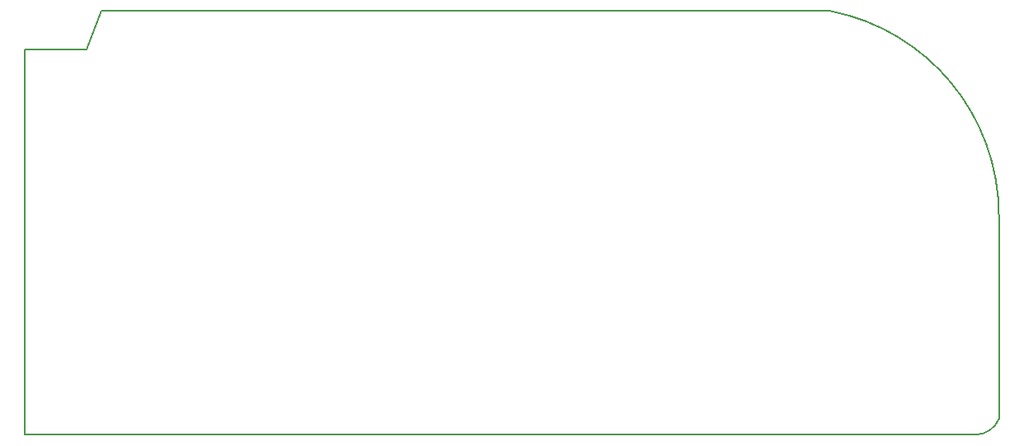
<source format=gm1>
G04 #@! TF.GenerationSoftware,KiCad,Pcbnew,5.0.0-rc2-be01b52~65~ubuntu16.04.1*
G04 #@! TF.CreationDate,2018-06-25T12:20:31+02:00*
G04 #@! TF.ProjectId,Firefly,46697265666C792E6B696361645F7063,rev?*
G04 #@! TF.SameCoordinates,Original*
G04 #@! TF.FileFunction,Profile,NP*
%FSLAX46Y46*%
G04 Gerber Fmt 4.6, Leading zero omitted, Abs format (unit mm)*
G04 Created by KiCad (PCBNEW 5.0.0-rc2-be01b52~65~ubuntu16.04.1) date Mon Jun 25 12:20:31 2018*
%MOMM*%
%LPD*%
G01*
G04 APERTURE LIST*
%ADD10C,0.150000*%
G04 APERTURE END LIST*
D10*
X106300000Y-102900000D02*
X100000000Y-102900000D01*
X107800000Y-99000000D02*
X106300000Y-102900000D01*
X199996549Y-140898548D02*
G75*
G02X197650000Y-142500000I-2412372J1014878D01*
G01*
X182700671Y-98996560D02*
G75*
G02X200000000Y-120000000I-4100671J-21003440D01*
G01*
X100000000Y-142500000D02*
X197650000Y-142500000D01*
X100000000Y-142500000D02*
X100000000Y-102900000D01*
X200000000Y-140900000D02*
X200000000Y-120000000D01*
X107800000Y-99000000D02*
X182700000Y-99000000D01*
M02*

</source>
